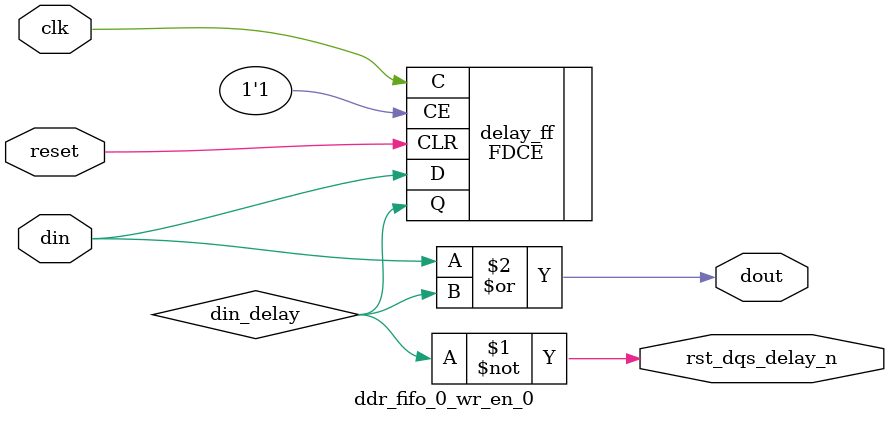
<source format=v>

`timescale 1ns/100ps
module ddr_fifo_0_wr_en_0
  (
   input     clk,
   input     reset,
   input     din,
   output    rst_dqs_delay_n,
   output    dout
   );

   localparam TIE_HIGH = 1'b1;

   wire      din_delay;
   
   assign rst_dqs_delay_n = ~din_delay;
   assign dout = (din | (din_delay));


   FDCE delay_ff 
     (.Q  (din_delay), 
      .C  (clk), 
      .CE (TIE_HIGH), 
      .CLR  (reset), 
      .D  (din));

endmodule

</source>
